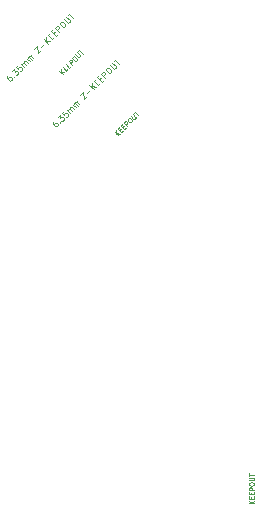
<source format=gbr>
%TF.GenerationSoftware,KiCad,Pcbnew,(6.0.9)*%
%TF.CreationDate,2023-01-07T15:13:03-07:00*%
%TF.ProjectId,gd32-devboard,67643332-2d64-4657-9662-6f6172642e6b,rev?*%
%TF.SameCoordinates,Original*%
%TF.FileFunction,Other,Comment*%
%FSLAX46Y46*%
G04 Gerber Fmt 4.6, Leading zero omitted, Abs format (unit mm)*
G04 Created by KiCad (PCBNEW (6.0.9)) date 2023-01-07 15:13:03*
%MOMM*%
%LPD*%
G01*
G04 APERTURE LIST*
%ADD10C,0.070000*%
%ADD11C,0.125000*%
G04 APERTURE END LIST*
D10*
%TO.C,J301*%
X42247155Y-91241890D02*
X41847155Y-91241890D01*
X42247155Y-91013318D02*
X42018583Y-91184747D01*
X41847155Y-91013318D02*
X42075726Y-91241890D01*
X42037631Y-90841890D02*
X42037631Y-90708556D01*
X42247155Y-90651414D02*
X42247155Y-90841890D01*
X41847155Y-90841890D01*
X41847155Y-90651414D01*
X42037631Y-90479985D02*
X42037631Y-90346652D01*
X42247155Y-90289509D02*
X42247155Y-90479985D01*
X41847155Y-90479985D01*
X41847155Y-90289509D01*
X42247155Y-90118080D02*
X41847155Y-90118080D01*
X41847155Y-89965699D01*
X41866203Y-89927604D01*
X41885250Y-89908556D01*
X41923345Y-89889509D01*
X41980488Y-89889509D01*
X42018583Y-89908556D01*
X42037631Y-89927604D01*
X42056679Y-89965699D01*
X42056679Y-90118080D01*
X41847155Y-89641890D02*
X41847155Y-89565699D01*
X41866203Y-89527604D01*
X41904298Y-89489509D01*
X41980488Y-89470461D01*
X42113822Y-89470461D01*
X42190012Y-89489509D01*
X42228107Y-89527604D01*
X42247155Y-89565699D01*
X42247155Y-89641890D01*
X42228107Y-89679985D01*
X42190012Y-89718080D01*
X42113822Y-89737128D01*
X41980488Y-89737128D01*
X41904298Y-89718080D01*
X41866203Y-89679985D01*
X41847155Y-89641890D01*
X41847155Y-89299033D02*
X42170964Y-89299033D01*
X42209060Y-89279985D01*
X42228107Y-89260937D01*
X42247155Y-89222842D01*
X42247155Y-89146652D01*
X42228107Y-89108556D01*
X42209060Y-89089509D01*
X42170964Y-89070461D01*
X41847155Y-89070461D01*
X41847155Y-88937128D02*
X41847155Y-88708556D01*
X42247155Y-88822842D02*
X41847155Y-88822842D01*
D11*
%TO.C,J201*%
X25307421Y-58865697D02*
X25240077Y-58933041D01*
X25223241Y-58983548D01*
X25223241Y-59017220D01*
X25240077Y-59101400D01*
X25290585Y-59185579D01*
X25425272Y-59320266D01*
X25475779Y-59337102D01*
X25509451Y-59337102D01*
X25559959Y-59320266D01*
X25627302Y-59252922D01*
X25644138Y-59202415D01*
X25644138Y-59168743D01*
X25627302Y-59118235D01*
X25543123Y-59034056D01*
X25492615Y-59017220D01*
X25458943Y-59017220D01*
X25408436Y-59034056D01*
X25341092Y-59101400D01*
X25324256Y-59151907D01*
X25324256Y-59185579D01*
X25341092Y-59236087D01*
X25812497Y-59000384D02*
X25846169Y-59000384D01*
X25846169Y-59034056D01*
X25812497Y-59034056D01*
X25812497Y-59000384D01*
X25846169Y-59034056D01*
X25627302Y-58545816D02*
X25846169Y-58326949D01*
X25863004Y-58579487D01*
X25913512Y-58528980D01*
X25964020Y-58512144D01*
X25997691Y-58512144D01*
X26048199Y-58528980D01*
X26132378Y-58613159D01*
X26149214Y-58663667D01*
X26149214Y-58697339D01*
X26132378Y-58747846D01*
X26031363Y-58848861D01*
X25980856Y-58865697D01*
X25947184Y-58865697D01*
X26166050Y-58007068D02*
X25997691Y-58175426D01*
X26149214Y-58360621D01*
X26149214Y-58326949D01*
X26166050Y-58276442D01*
X26250230Y-58192262D01*
X26300737Y-58175426D01*
X26334409Y-58175426D01*
X26384917Y-58192262D01*
X26469096Y-58276442D01*
X26485932Y-58326949D01*
X26485932Y-58360621D01*
X26469096Y-58411129D01*
X26384917Y-58495308D01*
X26334409Y-58512144D01*
X26300737Y-58512144D01*
X26687962Y-58192262D02*
X26452260Y-57956560D01*
X26485932Y-57990232D02*
X26485932Y-57956560D01*
X26502768Y-57906052D01*
X26553275Y-57855545D01*
X26603783Y-57838709D01*
X26654291Y-57855545D01*
X26839485Y-58040739D01*
X26654291Y-57855545D02*
X26637455Y-57805037D01*
X26654291Y-57754529D01*
X26704798Y-57704022D01*
X26755306Y-57687186D01*
X26805814Y-57704022D01*
X26991008Y-57889216D01*
X27159367Y-57720858D02*
X26923665Y-57485155D01*
X26957336Y-57518827D02*
X26957336Y-57485155D01*
X26974172Y-57434648D01*
X27024680Y-57384140D01*
X27075188Y-57367304D01*
X27125695Y-57384140D01*
X27310890Y-57569335D01*
X27125695Y-57384140D02*
X27108859Y-57333633D01*
X27125695Y-57283125D01*
X27176203Y-57232617D01*
X27226710Y-57215781D01*
X27277218Y-57232617D01*
X27462413Y-57417812D01*
X27512920Y-56660198D02*
X27748623Y-56424495D01*
X27866474Y-57013751D01*
X28102176Y-56778049D01*
X28102176Y-56508675D02*
X28371550Y-56239301D01*
X28674596Y-56205629D02*
X28321042Y-55852076D01*
X28876626Y-56003598D02*
X28523073Y-55953091D01*
X28523073Y-55650045D02*
X28523073Y-56054106D01*
X28842954Y-55666881D02*
X28960806Y-55549030D01*
X29196508Y-55683717D02*
X29028149Y-55852076D01*
X28674596Y-55498522D01*
X28842954Y-55330163D01*
X29162836Y-55346999D02*
X29280687Y-55229148D01*
X29516390Y-55363835D02*
X29348031Y-55532194D01*
X28994477Y-55178641D01*
X29162836Y-55010282D01*
X29667912Y-55212312D02*
X29314359Y-54858759D01*
X29449046Y-54724072D01*
X29499554Y-54707236D01*
X29533225Y-54707236D01*
X29583733Y-54724072D01*
X29634241Y-54774579D01*
X29651077Y-54825087D01*
X29651077Y-54858759D01*
X29634241Y-54909266D01*
X29499554Y-55043953D01*
X29735256Y-54437862D02*
X29802599Y-54370518D01*
X29853107Y-54353683D01*
X29920451Y-54353683D01*
X30004630Y-54404190D01*
X30122481Y-54522041D01*
X30172989Y-54606221D01*
X30172989Y-54673564D01*
X30156153Y-54724072D01*
X30088809Y-54791415D01*
X30038302Y-54808251D01*
X29970958Y-54808251D01*
X29886779Y-54757744D01*
X29768928Y-54639892D01*
X29718420Y-54555713D01*
X29718420Y-54488370D01*
X29735256Y-54437862D01*
X30038302Y-54134816D02*
X30324512Y-54421026D01*
X30375019Y-54437862D01*
X30408691Y-54437862D01*
X30459199Y-54421026D01*
X30526542Y-54353683D01*
X30543378Y-54303175D01*
X30543378Y-54269503D01*
X30526542Y-54218996D01*
X30240332Y-53932786D01*
X30358183Y-53814935D02*
X30560214Y-53612904D01*
X30812752Y-54067473D02*
X30459199Y-53713919D01*
D10*
X26041465Y-54885697D02*
X25758622Y-54602854D01*
X26203089Y-54724072D02*
X25920246Y-54683666D01*
X25920246Y-54441230D02*
X25920246Y-54764478D01*
X26176152Y-54454698D02*
X26270433Y-54360417D01*
X26458994Y-54468167D02*
X26324307Y-54602854D01*
X26041465Y-54320011D01*
X26176152Y-54185324D01*
X26432057Y-54198793D02*
X26526338Y-54104512D01*
X26714900Y-54212262D02*
X26580213Y-54346949D01*
X26297370Y-54064106D01*
X26432057Y-53929419D01*
X26836118Y-54091043D02*
X26553275Y-53808201D01*
X26661025Y-53700451D01*
X26701431Y-53686982D01*
X26728368Y-53686982D01*
X26768774Y-53700451D01*
X26809181Y-53740857D01*
X26822649Y-53781263D01*
X26822649Y-53808201D01*
X26809181Y-53848607D01*
X26701431Y-53956356D01*
X26889993Y-53471483D02*
X26943868Y-53417608D01*
X26984274Y-53404140D01*
X27038148Y-53404140D01*
X27105492Y-53444546D01*
X27199773Y-53538827D01*
X27240179Y-53606170D01*
X27240179Y-53660045D01*
X27226710Y-53700451D01*
X27172835Y-53754326D01*
X27132429Y-53767795D01*
X27078555Y-53767795D01*
X27011211Y-53727388D01*
X26916930Y-53633108D01*
X26876524Y-53565764D01*
X26876524Y-53511889D01*
X26889993Y-53471483D01*
X27132429Y-53229047D02*
X27361397Y-53458014D01*
X27401803Y-53471483D01*
X27428741Y-53471483D01*
X27469147Y-53458014D01*
X27523022Y-53404140D01*
X27536490Y-53363734D01*
X27536490Y-53336796D01*
X27523022Y-53296390D01*
X27294054Y-53067422D01*
X27388335Y-52973141D02*
X27549959Y-52811517D01*
X27751990Y-53175172D02*
X27469147Y-52892329D01*
D11*
X21418334Y-54976610D02*
X21350990Y-55043954D01*
X21334154Y-55094461D01*
X21334154Y-55128133D01*
X21350990Y-55212313D01*
X21401498Y-55296492D01*
X21536185Y-55431179D01*
X21586692Y-55448015D01*
X21620364Y-55448015D01*
X21670872Y-55431179D01*
X21738215Y-55363835D01*
X21755051Y-55313328D01*
X21755051Y-55279656D01*
X21738215Y-55229148D01*
X21654036Y-55144969D01*
X21603528Y-55128133D01*
X21569856Y-55128133D01*
X21519349Y-55144969D01*
X21452005Y-55212313D01*
X21435169Y-55262820D01*
X21435169Y-55296492D01*
X21452005Y-55347000D01*
X21923410Y-55111297D02*
X21957082Y-55111297D01*
X21957082Y-55144969D01*
X21923410Y-55144969D01*
X21923410Y-55111297D01*
X21957082Y-55144969D01*
X21738215Y-54656729D02*
X21957082Y-54437862D01*
X21973917Y-54690400D01*
X22024425Y-54639893D01*
X22074933Y-54623057D01*
X22108604Y-54623057D01*
X22159112Y-54639893D01*
X22243291Y-54724072D01*
X22260127Y-54774580D01*
X22260127Y-54808252D01*
X22243291Y-54858759D01*
X22142276Y-54959774D01*
X22091769Y-54976610D01*
X22058097Y-54976610D01*
X22276963Y-54117981D02*
X22108604Y-54286339D01*
X22260127Y-54471534D01*
X22260127Y-54437862D01*
X22276963Y-54387355D01*
X22361143Y-54303175D01*
X22411650Y-54286339D01*
X22445322Y-54286339D01*
X22495830Y-54303175D01*
X22580009Y-54387355D01*
X22596845Y-54437862D01*
X22596845Y-54471534D01*
X22580009Y-54522042D01*
X22495830Y-54606221D01*
X22445322Y-54623057D01*
X22411650Y-54623057D01*
X22798875Y-54303175D02*
X22563173Y-54067473D01*
X22596845Y-54101145D02*
X22596845Y-54067473D01*
X22613681Y-54016965D01*
X22664188Y-53966458D01*
X22714696Y-53949622D01*
X22765204Y-53966458D01*
X22950398Y-54151652D01*
X22765204Y-53966458D02*
X22748368Y-53915950D01*
X22765204Y-53865442D01*
X22815711Y-53814935D01*
X22866219Y-53798099D01*
X22916727Y-53814935D01*
X23101921Y-54000129D01*
X23270280Y-53831771D02*
X23034578Y-53596068D01*
X23068249Y-53629740D02*
X23068249Y-53596068D01*
X23085085Y-53545561D01*
X23135593Y-53495053D01*
X23186101Y-53478217D01*
X23236608Y-53495053D01*
X23421803Y-53680248D01*
X23236608Y-53495053D02*
X23219772Y-53444546D01*
X23236608Y-53394038D01*
X23287116Y-53343530D01*
X23337623Y-53326694D01*
X23388131Y-53343530D01*
X23573326Y-53528725D01*
X23623833Y-52771111D02*
X23859536Y-52535408D01*
X23977387Y-53124664D01*
X24213089Y-52888962D01*
X24213089Y-52619588D02*
X24482463Y-52350214D01*
X24785509Y-52316542D02*
X24431955Y-51962989D01*
X24987539Y-52114511D02*
X24633986Y-52064004D01*
X24633986Y-51760958D02*
X24633986Y-52165019D01*
X24953867Y-51777794D02*
X25071719Y-51659943D01*
X25307421Y-51794630D02*
X25139062Y-51962989D01*
X24785509Y-51609435D01*
X24953867Y-51441076D01*
X25273749Y-51457912D02*
X25391600Y-51340061D01*
X25627303Y-51474748D02*
X25458944Y-51643107D01*
X25105390Y-51289554D01*
X25273749Y-51121195D01*
X25778825Y-51323225D02*
X25425272Y-50969672D01*
X25559959Y-50834985D01*
X25610467Y-50818149D01*
X25644138Y-50818149D01*
X25694646Y-50834985D01*
X25745154Y-50885492D01*
X25761990Y-50936000D01*
X25761990Y-50969672D01*
X25745154Y-51020179D01*
X25610467Y-51154866D01*
X25846169Y-50548775D02*
X25913512Y-50481431D01*
X25964020Y-50464596D01*
X26031364Y-50464596D01*
X26115543Y-50515103D01*
X26233394Y-50632954D01*
X26283902Y-50717134D01*
X26283902Y-50784477D01*
X26267066Y-50834985D01*
X26199722Y-50902328D01*
X26149215Y-50919164D01*
X26081871Y-50919164D01*
X25997692Y-50868657D01*
X25879841Y-50750805D01*
X25829333Y-50666626D01*
X25829333Y-50599283D01*
X25846169Y-50548775D01*
X26149215Y-50245729D02*
X26435425Y-50531939D01*
X26485932Y-50548775D01*
X26519604Y-50548775D01*
X26570112Y-50531939D01*
X26637455Y-50464596D01*
X26654291Y-50414088D01*
X26654291Y-50380416D01*
X26637455Y-50329909D01*
X26351245Y-50043699D01*
X26469096Y-49925848D02*
X26671127Y-49723817D01*
X26923665Y-50178386D02*
X26570112Y-49824832D01*
D10*
%TO.C,J202*%
X30723261Y-60101200D02*
X30440418Y-59818357D01*
X30884885Y-59939575D02*
X30602042Y-59899169D01*
X30602042Y-59656733D02*
X30602042Y-59979981D01*
X30857948Y-59670201D02*
X30952229Y-59575920D01*
X31140790Y-59683670D02*
X31006103Y-59818357D01*
X30723261Y-59535514D01*
X30857948Y-59400827D01*
X31113853Y-59414296D02*
X31208134Y-59320015D01*
X31396696Y-59427765D02*
X31262009Y-59562452D01*
X30979166Y-59279609D01*
X31113853Y-59144922D01*
X31517914Y-59306546D02*
X31235071Y-59023704D01*
X31342821Y-58915954D01*
X31383227Y-58902485D01*
X31410164Y-58902485D01*
X31450570Y-58915954D01*
X31490977Y-58956360D01*
X31504445Y-58996766D01*
X31504445Y-59023704D01*
X31490977Y-59064110D01*
X31383227Y-59171859D01*
X31571789Y-58686986D02*
X31625664Y-58633111D01*
X31666070Y-58619643D01*
X31719944Y-58619643D01*
X31787288Y-58660049D01*
X31881569Y-58754330D01*
X31921975Y-58821673D01*
X31921975Y-58875548D01*
X31908506Y-58915954D01*
X31854631Y-58969829D01*
X31814225Y-58983298D01*
X31760351Y-58983298D01*
X31693007Y-58942891D01*
X31598726Y-58848611D01*
X31558320Y-58781267D01*
X31558320Y-58727392D01*
X31571789Y-58686986D01*
X31814225Y-58444550D02*
X32043193Y-58673517D01*
X32083599Y-58686986D01*
X32110537Y-58686986D01*
X32150943Y-58673517D01*
X32204818Y-58619643D01*
X32218286Y-58579237D01*
X32218286Y-58552299D01*
X32204818Y-58511893D01*
X31975850Y-58282925D01*
X32070131Y-58188644D02*
X32231755Y-58027020D01*
X32433786Y-58390675D02*
X32150943Y-58107832D01*
%TD*%
M02*

</source>
